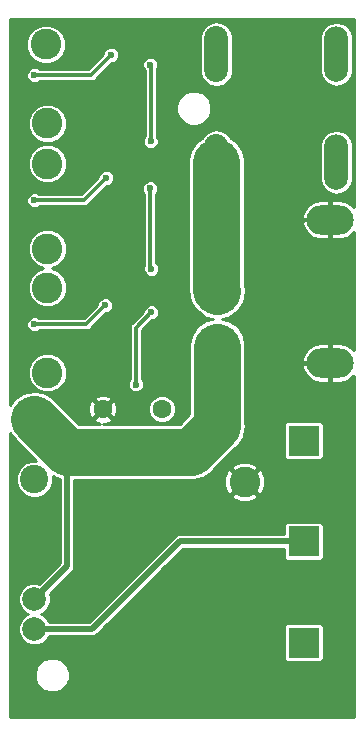
<source format=gbl>
G04 #@! TF.GenerationSoftware,KiCad,Pcbnew,(5.0.2)-1*
G04 #@! TF.CreationDate,2019-05-09T17:57:12+02:00*
G04 #@! TF.ProjectId,SafetySupply,53616665-7479-4537-9570-706c792e6b69,rev?*
G04 #@! TF.SameCoordinates,Original*
G04 #@! TF.FileFunction,Copper,L2,Bot*
G04 #@! TF.FilePolarity,Positive*
%FSLAX46Y46*%
G04 Gerber Fmt 4.6, Leading zero omitted, Abs format (unit mm)*
G04 Created by KiCad (PCBNEW (5.0.2)-1) date 09.05.2019 17:57:12*
%MOMM*%
%LPD*%
G01*
G04 APERTURE LIST*
G04 #@! TA.AperFunction,ComponentPad*
%ADD10C,1.600000*%
G04 #@! TD*
G04 #@! TA.AperFunction,ComponentPad*
%ADD11O,2.000000X4.700000*%
G04 #@! TD*
G04 #@! TA.AperFunction,ComponentPad*
%ADD12O,2.000000X4.750000*%
G04 #@! TD*
G04 #@! TA.AperFunction,ComponentPad*
%ADD13C,2.000000*%
G04 #@! TD*
G04 #@! TA.AperFunction,ComponentPad*
%ADD14C,2.400000*%
G04 #@! TD*
G04 #@! TA.AperFunction,ComponentPad*
%ADD15R,2.600000X2.600000*%
G04 #@! TD*
G04 #@! TA.AperFunction,ComponentPad*
%ADD16C,2.600000*%
G04 #@! TD*
G04 #@! TA.AperFunction,ComponentPad*
%ADD17O,4.000000X2.500000*%
G04 #@! TD*
G04 #@! TA.AperFunction,ComponentPad*
%ADD18C,3.700000*%
G04 #@! TD*
G04 #@! TA.AperFunction,ViaPad*
%ADD19C,0.600000*%
G04 #@! TD*
G04 #@! TA.AperFunction,Conductor*
%ADD20C,4.000000*%
G04 #@! TD*
G04 #@! TA.AperFunction,Conductor*
%ADD21C,0.300000*%
G04 #@! TD*
G04 #@! TA.AperFunction,Conductor*
%ADD22C,0.500000*%
G04 #@! TD*
G04 #@! TA.AperFunction,Conductor*
%ADD23C,3.000000*%
G04 #@! TD*
G04 #@! TA.AperFunction,Conductor*
%ADD24C,0.250000*%
G04 #@! TD*
G04 APERTURE END LIST*
D10*
G04 #@! TO.P,C1,2*
G04 #@! TO.N,GND*
X143300000Y-94500000D03*
G04 #@! TO.P,C1,1*
G04 #@! TO.N,+12V*
X148300000Y-94500000D03*
G04 #@! TD*
D11*
G04 #@! TO.P,F1,2*
G04 #@! TO.N,Net-(F1-Pad2)*
X163080000Y-64428000D03*
D12*
X152920000Y-64428000D03*
D11*
G04 #@! TO.P,F1,1*
G04 #@! TO.N,Net-(F1-Pad1)*
X163080000Y-73572000D03*
D12*
X152920000Y-73572000D03*
G04 #@! TD*
D13*
G04 #@! TO.P,K1,4*
G04 #@! TO.N,Net-(D5-Pad2)*
X137500000Y-113110000D03*
G04 #@! TO.P,K1,3*
G04 #@! TO.N,+12V*
X137500000Y-110570000D03*
D14*
G04 #@! TO.P,K1,2*
G04 #@! TO.N,Net-(C3-Pad1)*
X137500000Y-100410000D03*
G04 #@! TO.P,K1,1*
G04 #@! TO.N,+12V*
X137500000Y-95330000D03*
G04 #@! TD*
D15*
G04 #@! TO.P,J5,1*
G04 #@! TO.N,+12V*
X160300000Y-97150000D03*
D16*
G04 #@! TO.P,J5,2*
G04 #@! TO.N,GND*
X155300000Y-100650000D03*
G04 #@! TD*
D15*
G04 #@! TO.P,J1,1*
G04 #@! TO.N,Net-(C3-Pad1)*
X160300000Y-114250000D03*
D16*
G04 #@! TO.P,J1,2*
G04 #@! TO.N,GND*
X155300000Y-117750000D03*
G04 #@! TD*
D15*
G04 #@! TO.P,J3,1*
G04 #@! TO.N,Net-(D5-Pad2)*
X160300000Y-105682000D03*
D16*
G04 #@! TO.P,J3,2*
G04 #@! TO.N,GND*
X155300000Y-109182000D03*
G04 #@! TD*
D17*
G04 #@! TO.P,SW1,0*
G04 #@! TO.N,GND*
X162530000Y-78435000D03*
X162530000Y-90565000D03*
D18*
G04 #@! TO.P,SW1,3*
G04 #@! TO.N,+12V*
X153000000Y-89200000D03*
G04 #@! TO.P,SW1,2*
G04 #@! TO.N,Net-(F1-Pad1)*
X153000000Y-84500000D03*
G04 #@! TO.P,SW1,1*
X153000000Y-79800000D03*
G04 #@! TD*
D16*
G04 #@! TO.P,J2,1*
G04 #@! TO.N,Net-(D1-Pad1)*
X138500000Y-63600000D03*
G04 #@! TD*
G04 #@! TO.P,J4,1*
G04 #@! TO.N,Net-(C4-Pad2)*
X138600000Y-70300000D03*
G04 #@! TD*
G04 #@! TO.P,J6,1*
G04 #@! TO.N,Net-(D7-Pad1)*
X138600000Y-73700000D03*
G04 #@! TD*
G04 #@! TO.P,J7,1*
G04 #@! TO.N,Net-(C5-Pad2)*
X138600000Y-80900000D03*
G04 #@! TD*
G04 #@! TO.P,J8,1*
G04 #@! TO.N,Net-(D8-Pad1)*
X138600000Y-84200000D03*
G04 #@! TD*
G04 #@! TO.P,J9,1*
G04 #@! TO.N,Net-(C6-Pad2)*
X138600000Y-91400000D03*
G04 #@! TD*
D19*
G04 #@! TO.N,GND*
X162000000Y-118000000D03*
X162000000Y-110000000D03*
X162000000Y-102000000D03*
X162000000Y-86000000D03*
X162000000Y-81000000D03*
X157000000Y-69000000D03*
X137000000Y-68000000D03*
X137000000Y-79000000D03*
X137000000Y-89000000D03*
X144000000Y-104000000D03*
X142000000Y-119000000D03*
X137300000Y-107800000D03*
G04 #@! TO.N,Net-(Q3-Pad1)*
X137500000Y-87300000D03*
X143500000Y-85700000D03*
G04 #@! TO.N,Net-(Q1-Pad1)*
X144000000Y-64500000D03*
X137500000Y-66200000D03*
G04 #@! TO.N,Net-(Q2-Pad1)*
X143600000Y-74900000D03*
X137500000Y-76800000D03*
G04 #@! TO.N,Net-(U1-Pad3)*
X147350000Y-71800040D03*
X147318646Y-65329720D03*
G04 #@! TO.N,Net-(U3-Pad3)*
X147400000Y-82600000D03*
X147300000Y-75800000D03*
G04 #@! TO.N,Net-(U5-Pad3)*
X147400000Y-86300000D03*
X146100000Y-92400000D03*
G04 #@! TD*
D20*
G04 #@! TO.N,GND*
X155300000Y-117650000D02*
X155300000Y-110900000D01*
X155300000Y-110900000D02*
X155300000Y-109182000D01*
D21*
G04 #@! TO.N,Net-(Q3-Pad1)*
X141900000Y-87300000D02*
X143500000Y-85700000D01*
X137500000Y-87300000D02*
X141900000Y-87300000D01*
G04 #@! TO.N,Net-(Q1-Pad1)*
X143600001Y-64899999D02*
X144000000Y-64500000D01*
X137500000Y-66200000D02*
X142300000Y-66200000D01*
X142300000Y-66200000D02*
X143600001Y-64899999D01*
D20*
G04 #@! TO.N,+12V*
X140270000Y-98100000D02*
X137500000Y-95330000D01*
D22*
X140270000Y-107800000D02*
X140270000Y-98100000D01*
X137500000Y-110570000D02*
X140270000Y-107800000D01*
D20*
X150800000Y-98100000D02*
X140270000Y-98100000D01*
X153000000Y-89200000D02*
X153000000Y-95900000D01*
X153000000Y-95900000D02*
X150800000Y-98100000D01*
D21*
G04 #@! TO.N,Net-(Q2-Pad1)*
X141700000Y-76800000D02*
X143600000Y-74900000D01*
X137500000Y-76800000D02*
X141700000Y-76800000D01*
G04 #@! TO.N,Net-(U1-Pad3)*
X147350000Y-65361074D02*
X147318646Y-65329720D01*
X147350000Y-71800040D02*
X147350000Y-65361074D01*
G04 #@! TO.N,Net-(U3-Pad3)*
X147300000Y-82500000D02*
X147400000Y-82600000D01*
X147300000Y-75800000D02*
X147300000Y-82500000D01*
G04 #@! TO.N,Net-(U5-Pad3)*
X146100000Y-87600000D02*
X146100000Y-92400000D01*
X147400000Y-86300000D02*
X146100000Y-87600000D01*
D22*
G04 #@! TO.N,Net-(D5-Pad2)*
X142390000Y-113110000D02*
X137500000Y-113110000D01*
X160300000Y-105682000D02*
X149818000Y-105682000D01*
X149818000Y-105682000D02*
X142390000Y-113110000D01*
D23*
G04 #@! TO.N,Net-(F1-Pad1)*
X152920000Y-83920000D02*
X153000000Y-84000000D01*
D20*
X152920000Y-84420000D02*
X153000000Y-84500000D01*
X152920000Y-73572000D02*
X152920000Y-84420000D01*
G04 #@! TD*
D24*
G04 #@! TO.N,GND*
G36*
X164550001Y-77357427D02*
X164517437Y-77303629D01*
X163990286Y-76916203D01*
X163355000Y-76760000D01*
X162605000Y-76760000D01*
X162605000Y-78360000D01*
X162625000Y-78360000D01*
X162625000Y-78510000D01*
X162605000Y-78510000D01*
X162605000Y-80110000D01*
X163355000Y-80110000D01*
X163990286Y-79953797D01*
X164517437Y-79566371D01*
X164550001Y-79512573D01*
X164550001Y-89487427D01*
X164517437Y-89433629D01*
X163990286Y-89046203D01*
X163355000Y-88890000D01*
X162605000Y-88890000D01*
X162605000Y-90490000D01*
X162625000Y-90490000D01*
X162625000Y-90640000D01*
X162605000Y-90640000D01*
X162605000Y-92240000D01*
X163355000Y-92240000D01*
X163990286Y-92083797D01*
X164517437Y-91696371D01*
X164550000Y-91642573D01*
X164550000Y-120550000D01*
X135450000Y-120550000D01*
X135450000Y-118970355D01*
X154185711Y-118970355D01*
X154327823Y-119215684D01*
X154962719Y-119476151D01*
X155648961Y-119473827D01*
X156272177Y-119215684D01*
X156414289Y-118970355D01*
X155300000Y-117856066D01*
X154185711Y-118970355D01*
X135450000Y-118970355D01*
X135450000Y-116706604D01*
X137525000Y-116706604D01*
X137525000Y-117293396D01*
X137749555Y-117835520D01*
X138164480Y-118250445D01*
X138706604Y-118475000D01*
X139293396Y-118475000D01*
X139835520Y-118250445D01*
X140250445Y-117835520D01*
X140425574Y-117412719D01*
X153573849Y-117412719D01*
X153576173Y-118098961D01*
X153834316Y-118722177D01*
X154079645Y-118864289D01*
X155193934Y-117750000D01*
X155406066Y-117750000D01*
X156520355Y-118864289D01*
X156765684Y-118722177D01*
X157026151Y-118087281D01*
X157023827Y-117401039D01*
X156765684Y-116777823D01*
X156520355Y-116635711D01*
X155406066Y-117750000D01*
X155193934Y-117750000D01*
X154079645Y-116635711D01*
X153834316Y-116777823D01*
X153573849Y-117412719D01*
X140425574Y-117412719D01*
X140475000Y-117293396D01*
X140475000Y-116706604D01*
X140401702Y-116529645D01*
X154185711Y-116529645D01*
X155300000Y-117643934D01*
X156414289Y-116529645D01*
X156272177Y-116284316D01*
X155637281Y-116023849D01*
X154951039Y-116026173D01*
X154327823Y-116284316D01*
X154185711Y-116529645D01*
X140401702Y-116529645D01*
X140250445Y-116164480D01*
X139835520Y-115749555D01*
X139293396Y-115525000D01*
X138706604Y-115525000D01*
X138164480Y-115749555D01*
X137749555Y-116164480D01*
X137525000Y-116706604D01*
X135450000Y-116706604D01*
X135450000Y-96536844D01*
X135655218Y-96843974D01*
X137646243Y-98835000D01*
X137186713Y-98835000D01*
X136607834Y-99074780D01*
X136164780Y-99517834D01*
X135925000Y-100096713D01*
X135925000Y-100723287D01*
X136164780Y-101302166D01*
X136607834Y-101745220D01*
X137186713Y-101985000D01*
X137813287Y-101985000D01*
X138392166Y-101745220D01*
X138835220Y-101302166D01*
X139075000Y-100723287D01*
X139075000Y-100157915D01*
X139343321Y-100337201D01*
X139645001Y-100397209D01*
X139645000Y-107541116D01*
X137927380Y-109258737D01*
X137773505Y-109195000D01*
X137226495Y-109195000D01*
X136721125Y-109404331D01*
X136334331Y-109791125D01*
X136125000Y-110296495D01*
X136125000Y-110843505D01*
X136334331Y-111348875D01*
X136721125Y-111735669D01*
X136973002Y-111840000D01*
X136721125Y-111944331D01*
X136334331Y-112331125D01*
X136125000Y-112836495D01*
X136125000Y-113383505D01*
X136334331Y-113888875D01*
X136721125Y-114275669D01*
X137226495Y-114485000D01*
X137773505Y-114485000D01*
X138278875Y-114275669D01*
X138665669Y-113888875D01*
X138729406Y-113735000D01*
X142328445Y-113735000D01*
X142390000Y-113747244D01*
X142451555Y-113735000D01*
X142633863Y-113698737D01*
X142840600Y-113560600D01*
X142875472Y-113508410D01*
X143433882Y-112950000D01*
X158617654Y-112950000D01*
X158617654Y-115550000D01*
X158646758Y-115696317D01*
X158729641Y-115820359D01*
X158853683Y-115903242D01*
X159000000Y-115932346D01*
X161600000Y-115932346D01*
X161746317Y-115903242D01*
X161870359Y-115820359D01*
X161953242Y-115696317D01*
X161982346Y-115550000D01*
X161982346Y-112950000D01*
X161953242Y-112803683D01*
X161870359Y-112679641D01*
X161746317Y-112596758D01*
X161600000Y-112567654D01*
X159000000Y-112567654D01*
X158853683Y-112596758D01*
X158729641Y-112679641D01*
X158646758Y-112803683D01*
X158617654Y-112950000D01*
X143433882Y-112950000D01*
X145981527Y-110402355D01*
X154185711Y-110402355D01*
X154327823Y-110647684D01*
X154962719Y-110908151D01*
X155648961Y-110905827D01*
X156272177Y-110647684D01*
X156414289Y-110402355D01*
X155300000Y-109288066D01*
X154185711Y-110402355D01*
X145981527Y-110402355D01*
X147539164Y-108844719D01*
X153573849Y-108844719D01*
X153576173Y-109530961D01*
X153834316Y-110154177D01*
X154079645Y-110296289D01*
X155193934Y-109182000D01*
X155406066Y-109182000D01*
X156520355Y-110296289D01*
X156765684Y-110154177D01*
X157026151Y-109519281D01*
X157023827Y-108833039D01*
X156765684Y-108209823D01*
X156520355Y-108067711D01*
X155406066Y-109182000D01*
X155193934Y-109182000D01*
X154079645Y-108067711D01*
X153834316Y-108209823D01*
X153573849Y-108844719D01*
X147539164Y-108844719D01*
X148422238Y-107961645D01*
X154185711Y-107961645D01*
X155300000Y-109075934D01*
X156414289Y-107961645D01*
X156272177Y-107716316D01*
X155637281Y-107455849D01*
X154951039Y-107458173D01*
X154327823Y-107716316D01*
X154185711Y-107961645D01*
X148422238Y-107961645D01*
X150076884Y-106307000D01*
X158617654Y-106307000D01*
X158617654Y-106982000D01*
X158646758Y-107128317D01*
X158729641Y-107252359D01*
X158853683Y-107335242D01*
X159000000Y-107364346D01*
X161600000Y-107364346D01*
X161746317Y-107335242D01*
X161870359Y-107252359D01*
X161953242Y-107128317D01*
X161982346Y-106982000D01*
X161982346Y-104382000D01*
X161953242Y-104235683D01*
X161870359Y-104111641D01*
X161746317Y-104028758D01*
X161600000Y-103999654D01*
X159000000Y-103999654D01*
X158853683Y-104028758D01*
X158729641Y-104111641D01*
X158646758Y-104235683D01*
X158617654Y-104382000D01*
X158617654Y-105057000D01*
X149879553Y-105057000D01*
X149817999Y-105044756D01*
X149756445Y-105057000D01*
X149574137Y-105093263D01*
X149367400Y-105231400D01*
X149332531Y-105283585D01*
X142131118Y-112485000D01*
X138729406Y-112485000D01*
X138665669Y-112331125D01*
X138278875Y-111944331D01*
X138026998Y-111840000D01*
X138278875Y-111735669D01*
X138665669Y-111348875D01*
X138875000Y-110843505D01*
X138875000Y-110296495D01*
X138811263Y-110142620D01*
X140668416Y-108285468D01*
X140720600Y-108250600D01*
X140858737Y-108043863D01*
X140895000Y-107861555D01*
X140895000Y-107861554D01*
X140907244Y-107800000D01*
X140895000Y-107738445D01*
X140895000Y-101870355D01*
X154185711Y-101870355D01*
X154327823Y-102115684D01*
X154962719Y-102376151D01*
X155648961Y-102373827D01*
X156272177Y-102115684D01*
X156414289Y-101870355D01*
X155300000Y-100756066D01*
X154185711Y-101870355D01*
X140895000Y-101870355D01*
X140895000Y-100475000D01*
X150566083Y-100475000D01*
X150800000Y-100521529D01*
X151033917Y-100475000D01*
X151726679Y-100337201D01*
X151763318Y-100312719D01*
X153573849Y-100312719D01*
X153576173Y-100998961D01*
X153834316Y-101622177D01*
X154079645Y-101764289D01*
X155193934Y-100650000D01*
X155406066Y-100650000D01*
X156520355Y-101764289D01*
X156765684Y-101622177D01*
X157026151Y-100987281D01*
X157023827Y-100301039D01*
X156765684Y-99677823D01*
X156520355Y-99535711D01*
X155406066Y-100650000D01*
X155193934Y-100650000D01*
X154079645Y-99535711D01*
X153834316Y-99677823D01*
X153573849Y-100312719D01*
X151763318Y-100312719D01*
X152512280Y-99812280D01*
X152644786Y-99613970D01*
X152829111Y-99429645D01*
X154185711Y-99429645D01*
X155300000Y-100543934D01*
X156414289Y-99429645D01*
X156272177Y-99184316D01*
X155637281Y-98923849D01*
X154951039Y-98926173D01*
X154327823Y-99184316D01*
X154185711Y-99429645D01*
X152829111Y-99429645D01*
X154513974Y-97744783D01*
X154712280Y-97612280D01*
X155237201Y-96826679D01*
X155375000Y-96133917D01*
X155421529Y-95900000D01*
X155411584Y-95850000D01*
X158617654Y-95850000D01*
X158617654Y-98450000D01*
X158646758Y-98596317D01*
X158729641Y-98720359D01*
X158853683Y-98803242D01*
X159000000Y-98832346D01*
X161600000Y-98832346D01*
X161746317Y-98803242D01*
X161870359Y-98720359D01*
X161953242Y-98596317D01*
X161982346Y-98450000D01*
X161982346Y-95850000D01*
X161953242Y-95703683D01*
X161870359Y-95579641D01*
X161746317Y-95496758D01*
X161600000Y-95467654D01*
X159000000Y-95467654D01*
X158853683Y-95496758D01*
X158729641Y-95579641D01*
X158646758Y-95703683D01*
X158617654Y-95850000D01*
X155411584Y-95850000D01*
X155375000Y-95666083D01*
X155375000Y-90900842D01*
X160139014Y-90900842D01*
X160203800Y-91136704D01*
X160542563Y-91696371D01*
X161069714Y-92083797D01*
X161705000Y-92240000D01*
X162455000Y-92240000D01*
X162455000Y-90640000D01*
X160213044Y-90640000D01*
X160139014Y-90900842D01*
X155375000Y-90900842D01*
X155375000Y-90229158D01*
X160139014Y-90229158D01*
X160213044Y-90490000D01*
X162455000Y-90490000D01*
X162455000Y-88890000D01*
X161705000Y-88890000D01*
X161069714Y-89046203D01*
X160542563Y-89433629D01*
X160203800Y-89993296D01*
X160139014Y-90229158D01*
X155375000Y-90229158D01*
X155375000Y-88966083D01*
X155237201Y-88273321D01*
X154712280Y-87487720D01*
X153926678Y-86962799D01*
X153359599Y-86850000D01*
X153926678Y-86737200D01*
X154712279Y-86212279D01*
X155237200Y-85426678D01*
X155421529Y-84499999D01*
X155295000Y-83863899D01*
X155295000Y-78770842D01*
X160139014Y-78770842D01*
X160203800Y-79006704D01*
X160542563Y-79566371D01*
X161069714Y-79953797D01*
X161705000Y-80110000D01*
X162455000Y-80110000D01*
X162455000Y-78510000D01*
X160213044Y-78510000D01*
X160139014Y-78770842D01*
X155295000Y-78770842D01*
X155295000Y-78099158D01*
X160139014Y-78099158D01*
X160213044Y-78360000D01*
X162455000Y-78360000D01*
X162455000Y-76760000D01*
X161705000Y-76760000D01*
X161069714Y-76916203D01*
X160542563Y-77303629D01*
X160203800Y-77863296D01*
X160139014Y-78099158D01*
X155295000Y-78099158D01*
X155295000Y-73338083D01*
X155157201Y-72645321D01*
X154783863Y-72086579D01*
X161705000Y-72086579D01*
X161705001Y-75057422D01*
X161784780Y-75458498D01*
X162088682Y-75913319D01*
X162543503Y-76217221D01*
X163080000Y-76323937D01*
X163616498Y-76217221D01*
X164071319Y-75913319D01*
X164375221Y-75458498D01*
X164455000Y-75057422D01*
X164455000Y-72086578D01*
X164375221Y-71685502D01*
X164071318Y-71230681D01*
X163616497Y-70926779D01*
X163080000Y-70820063D01*
X162543502Y-70926779D01*
X162088681Y-71230682D01*
X161784779Y-71685503D01*
X161705000Y-72086579D01*
X154783863Y-72086579D01*
X154632280Y-71859720D01*
X154119314Y-71516968D01*
X153911318Y-71205681D01*
X153456497Y-70901779D01*
X152920000Y-70795063D01*
X152383502Y-70901779D01*
X151928681Y-71205682D01*
X151720687Y-71516967D01*
X151207720Y-71859720D01*
X150682799Y-72645322D01*
X150545000Y-73338084D01*
X150545001Y-84186078D01*
X150498471Y-84420000D01*
X150682799Y-85346678D01*
X150756116Y-85456405D01*
X151207721Y-86132280D01*
X151406029Y-86264785D01*
X151486026Y-86344782D01*
X152073321Y-86737200D01*
X152640400Y-86850000D01*
X152073321Y-86962799D01*
X151287720Y-87487720D01*
X150762799Y-88273322D01*
X150625000Y-88966084D01*
X150625001Y-94916242D01*
X149816243Y-95725000D01*
X143312720Y-95725000D01*
X143569111Y-95719662D01*
X143972142Y-95552722D01*
X144053270Y-95359336D01*
X143300000Y-94606066D01*
X142546730Y-95359336D01*
X142627858Y-95552722D01*
X143069560Y-95725000D01*
X141253757Y-95725000D01*
X139810639Y-94281882D01*
X142070194Y-94281882D01*
X142080338Y-94769111D01*
X142247278Y-95172142D01*
X142440664Y-95253270D01*
X143193934Y-94500000D01*
X143406066Y-94500000D01*
X144159336Y-95253270D01*
X144352722Y-95172142D01*
X144529806Y-94718118D01*
X144520399Y-94266278D01*
X147125000Y-94266278D01*
X147125000Y-94733722D01*
X147303883Y-95165584D01*
X147634416Y-95496117D01*
X148066278Y-95675000D01*
X148533722Y-95675000D01*
X148965584Y-95496117D01*
X149296117Y-95165584D01*
X149475000Y-94733722D01*
X149475000Y-94266278D01*
X149296117Y-93834416D01*
X148965584Y-93503883D01*
X148533722Y-93325000D01*
X148066278Y-93325000D01*
X147634416Y-93503883D01*
X147303883Y-93834416D01*
X147125000Y-94266278D01*
X144520399Y-94266278D01*
X144519662Y-94230889D01*
X144352722Y-93827858D01*
X144159336Y-93746730D01*
X143406066Y-94500000D01*
X143193934Y-94500000D01*
X142440664Y-93746730D01*
X142247278Y-93827858D01*
X142070194Y-94281882D01*
X139810639Y-94281882D01*
X139169421Y-93640664D01*
X142546730Y-93640664D01*
X143300000Y-94393934D01*
X144053270Y-93640664D01*
X143972142Y-93447278D01*
X143518118Y-93270194D01*
X143030889Y-93280338D01*
X142627858Y-93447278D01*
X142546730Y-93640664D01*
X139169421Y-93640664D01*
X139013974Y-93485218D01*
X138426678Y-93092799D01*
X138337197Y-93075000D01*
X138933178Y-93075000D01*
X139548811Y-92819996D01*
X140019996Y-92348811D01*
X140054407Y-92265734D01*
X145425000Y-92265734D01*
X145425000Y-92534266D01*
X145527763Y-92782357D01*
X145717643Y-92972237D01*
X145965734Y-93075000D01*
X146234266Y-93075000D01*
X146482357Y-92972237D01*
X146672237Y-92782357D01*
X146775000Y-92534266D01*
X146775000Y-92265734D01*
X146672237Y-92017643D01*
X146625000Y-91970406D01*
X146625000Y-87817461D01*
X147467462Y-86975000D01*
X147534266Y-86975000D01*
X147782357Y-86872237D01*
X147972237Y-86682357D01*
X148075000Y-86434266D01*
X148075000Y-86165734D01*
X147972237Y-85917643D01*
X147782357Y-85727763D01*
X147534266Y-85625000D01*
X147265734Y-85625000D01*
X147017643Y-85727763D01*
X146827763Y-85917643D01*
X146725000Y-86165734D01*
X146725000Y-86232538D01*
X145765336Y-87192203D01*
X145721496Y-87221496D01*
X145605462Y-87395155D01*
X145605461Y-87395156D01*
X145564715Y-87600000D01*
X145575000Y-87651706D01*
X145575001Y-91970405D01*
X145527763Y-92017643D01*
X145425000Y-92265734D01*
X140054407Y-92265734D01*
X140275000Y-91733178D01*
X140275000Y-91066822D01*
X140019996Y-90451189D01*
X139548811Y-89980004D01*
X138933178Y-89725000D01*
X138266822Y-89725000D01*
X137651189Y-89980004D01*
X137180004Y-90451189D01*
X136925000Y-91066822D01*
X136925000Y-91733178D01*
X137180004Y-92348811D01*
X137651189Y-92819996D01*
X138201804Y-93048069D01*
X137500000Y-92908471D01*
X136573322Y-93092799D01*
X135787721Y-93617721D01*
X135450000Y-94123156D01*
X135450000Y-87165734D01*
X136825000Y-87165734D01*
X136825000Y-87434266D01*
X136927763Y-87682357D01*
X137117643Y-87872237D01*
X137365734Y-87975000D01*
X137634266Y-87975000D01*
X137882357Y-87872237D01*
X137929594Y-87825000D01*
X141848294Y-87825000D01*
X141900000Y-87835285D01*
X141951706Y-87825000D01*
X142104845Y-87794539D01*
X142278504Y-87678504D01*
X142307797Y-87634664D01*
X143567462Y-86375000D01*
X143634266Y-86375000D01*
X143882357Y-86272237D01*
X144072237Y-86082357D01*
X144175000Y-85834266D01*
X144175000Y-85565734D01*
X144072237Y-85317643D01*
X143882357Y-85127763D01*
X143634266Y-85025000D01*
X143365734Y-85025000D01*
X143117643Y-85127763D01*
X142927763Y-85317643D01*
X142825000Y-85565734D01*
X142825000Y-85632538D01*
X141682539Y-86775000D01*
X137929594Y-86775000D01*
X137882357Y-86727763D01*
X137634266Y-86625000D01*
X137365734Y-86625000D01*
X137117643Y-86727763D01*
X136927763Y-86917643D01*
X136825000Y-87165734D01*
X135450000Y-87165734D01*
X135450000Y-80566822D01*
X136925000Y-80566822D01*
X136925000Y-81233178D01*
X137180004Y-81848811D01*
X137651189Y-82319996D01*
X138206467Y-82550000D01*
X137651189Y-82780004D01*
X137180004Y-83251189D01*
X136925000Y-83866822D01*
X136925000Y-84533178D01*
X137180004Y-85148811D01*
X137651189Y-85619996D01*
X138266822Y-85875000D01*
X138933178Y-85875000D01*
X139548811Y-85619996D01*
X140019996Y-85148811D01*
X140275000Y-84533178D01*
X140275000Y-83866822D01*
X140019996Y-83251189D01*
X139548811Y-82780004D01*
X138993533Y-82550000D01*
X139548811Y-82319996D01*
X140019996Y-81848811D01*
X140275000Y-81233178D01*
X140275000Y-80566822D01*
X140019996Y-79951189D01*
X139548811Y-79480004D01*
X138933178Y-79225000D01*
X138266822Y-79225000D01*
X137651189Y-79480004D01*
X137180004Y-79951189D01*
X136925000Y-80566822D01*
X135450000Y-80566822D01*
X135450000Y-76665734D01*
X136825000Y-76665734D01*
X136825000Y-76934266D01*
X136927763Y-77182357D01*
X137117643Y-77372237D01*
X137365734Y-77475000D01*
X137634266Y-77475000D01*
X137882357Y-77372237D01*
X137929594Y-77325000D01*
X141648294Y-77325000D01*
X141700000Y-77335285D01*
X141751706Y-77325000D01*
X141904845Y-77294539D01*
X142078504Y-77178504D01*
X142107797Y-77134664D01*
X143576727Y-75665734D01*
X146625000Y-75665734D01*
X146625000Y-75934266D01*
X146727763Y-76182357D01*
X146775000Y-76229594D01*
X146775001Y-82345021D01*
X146725000Y-82465734D01*
X146725000Y-82734266D01*
X146827763Y-82982357D01*
X147017643Y-83172237D01*
X147265734Y-83275000D01*
X147534266Y-83275000D01*
X147782357Y-83172237D01*
X147972237Y-82982357D01*
X148075000Y-82734266D01*
X148075000Y-82465734D01*
X147972237Y-82217643D01*
X147825000Y-82070406D01*
X147825000Y-76229594D01*
X147872237Y-76182357D01*
X147975000Y-75934266D01*
X147975000Y-75665734D01*
X147872237Y-75417643D01*
X147682357Y-75227763D01*
X147434266Y-75125000D01*
X147165734Y-75125000D01*
X146917643Y-75227763D01*
X146727763Y-75417643D01*
X146625000Y-75665734D01*
X143576727Y-75665734D01*
X143667462Y-75575000D01*
X143734266Y-75575000D01*
X143982357Y-75472237D01*
X144172237Y-75282357D01*
X144275000Y-75034266D01*
X144275000Y-74765734D01*
X144172237Y-74517643D01*
X143982357Y-74327763D01*
X143734266Y-74225000D01*
X143465734Y-74225000D01*
X143217643Y-74327763D01*
X143027763Y-74517643D01*
X142925000Y-74765734D01*
X142925000Y-74832538D01*
X141482539Y-76275000D01*
X137929594Y-76275000D01*
X137882357Y-76227763D01*
X137634266Y-76125000D01*
X137365734Y-76125000D01*
X137117643Y-76227763D01*
X136927763Y-76417643D01*
X136825000Y-76665734D01*
X135450000Y-76665734D01*
X135450000Y-73366822D01*
X136925000Y-73366822D01*
X136925000Y-74033178D01*
X137180004Y-74648811D01*
X137651189Y-75119996D01*
X138266822Y-75375000D01*
X138933178Y-75375000D01*
X139548811Y-75119996D01*
X140019996Y-74648811D01*
X140275000Y-74033178D01*
X140275000Y-73366822D01*
X140019996Y-72751189D01*
X139548811Y-72280004D01*
X138933178Y-72025000D01*
X138266822Y-72025000D01*
X137651189Y-72280004D01*
X137180004Y-72751189D01*
X136925000Y-73366822D01*
X135450000Y-73366822D01*
X135450000Y-69966822D01*
X136925000Y-69966822D01*
X136925000Y-70633178D01*
X137180004Y-71248811D01*
X137651189Y-71719996D01*
X138266822Y-71975000D01*
X138933178Y-71975000D01*
X139548811Y-71719996D01*
X140019996Y-71248811D01*
X140275000Y-70633178D01*
X140275000Y-69966822D01*
X140019996Y-69351189D01*
X139548811Y-68880004D01*
X138933178Y-68625000D01*
X138266822Y-68625000D01*
X137651189Y-68880004D01*
X137180004Y-69351189D01*
X136925000Y-69966822D01*
X135450000Y-69966822D01*
X135450000Y-66065734D01*
X136825000Y-66065734D01*
X136825000Y-66334266D01*
X136927763Y-66582357D01*
X137117643Y-66772237D01*
X137365734Y-66875000D01*
X137634266Y-66875000D01*
X137882357Y-66772237D01*
X137929594Y-66725000D01*
X142248294Y-66725000D01*
X142300000Y-66735285D01*
X142351706Y-66725000D01*
X142504845Y-66694539D01*
X142678504Y-66578504D01*
X142707797Y-66534664D01*
X144007793Y-65234669D01*
X144007795Y-65234666D01*
X144047007Y-65195454D01*
X146643646Y-65195454D01*
X146643646Y-65463986D01*
X146746409Y-65712077D01*
X146825001Y-65790669D01*
X146825000Y-71370446D01*
X146777763Y-71417683D01*
X146675000Y-71665774D01*
X146675000Y-71934306D01*
X146777763Y-72182397D01*
X146967643Y-72372277D01*
X147215734Y-72475040D01*
X147484266Y-72475040D01*
X147732357Y-72372277D01*
X147922237Y-72182397D01*
X148025000Y-71934306D01*
X148025000Y-71665774D01*
X147922237Y-71417683D01*
X147875000Y-71370446D01*
X147875000Y-68706604D01*
X149525000Y-68706604D01*
X149525000Y-69293396D01*
X149749555Y-69835520D01*
X150164480Y-70250445D01*
X150706604Y-70475000D01*
X151293396Y-70475000D01*
X151835520Y-70250445D01*
X152250445Y-69835520D01*
X152475000Y-69293396D01*
X152475000Y-68706604D01*
X152250445Y-68164480D01*
X151835520Y-67749555D01*
X151293396Y-67525000D01*
X150706604Y-67525000D01*
X150164480Y-67749555D01*
X149749555Y-68164480D01*
X149525000Y-68706604D01*
X147875000Y-68706604D01*
X147875000Y-65727960D01*
X147890883Y-65712077D01*
X147993646Y-65463986D01*
X147993646Y-65195454D01*
X147890883Y-64947363D01*
X147701003Y-64757483D01*
X147452912Y-64654720D01*
X147184380Y-64654720D01*
X146936289Y-64757483D01*
X146746409Y-64947363D01*
X146643646Y-65195454D01*
X144047007Y-65195454D01*
X144067461Y-65175000D01*
X144134266Y-65175000D01*
X144382357Y-65072237D01*
X144572237Y-64882357D01*
X144675000Y-64634266D01*
X144675000Y-64365734D01*
X144572237Y-64117643D01*
X144382357Y-63927763D01*
X144134266Y-63825000D01*
X143865734Y-63825000D01*
X143617643Y-63927763D01*
X143427763Y-64117643D01*
X143325000Y-64365734D01*
X143325000Y-64432539D01*
X143265334Y-64492205D01*
X143265331Y-64492207D01*
X142082539Y-65675000D01*
X137929594Y-65675000D01*
X137882357Y-65627763D01*
X137634266Y-65525000D01*
X137365734Y-65525000D01*
X137117643Y-65627763D01*
X136927763Y-65817643D01*
X136825000Y-66065734D01*
X135450000Y-66065734D01*
X135450000Y-63266822D01*
X136825000Y-63266822D01*
X136825000Y-63933178D01*
X137080004Y-64548811D01*
X137551189Y-65019996D01*
X138166822Y-65275000D01*
X138833178Y-65275000D01*
X139448811Y-65019996D01*
X139919996Y-64548811D01*
X140175000Y-63933178D01*
X140175000Y-63266822D01*
X140030339Y-62917579D01*
X151545000Y-62917579D01*
X151545001Y-65938422D01*
X151624780Y-66339498D01*
X151928682Y-66794319D01*
X152383503Y-67098221D01*
X152920000Y-67204937D01*
X153456498Y-67098221D01*
X153911319Y-66794319D01*
X154215221Y-66339498D01*
X154295000Y-65938422D01*
X154295000Y-62942579D01*
X161705000Y-62942579D01*
X161705001Y-65913422D01*
X161784780Y-66314498D01*
X162088682Y-66769319D01*
X162543503Y-67073221D01*
X163080000Y-67179937D01*
X163616498Y-67073221D01*
X164071319Y-66769319D01*
X164375221Y-66314498D01*
X164455000Y-65913422D01*
X164455000Y-62942578D01*
X164375221Y-62541502D01*
X164071318Y-62086681D01*
X163616497Y-61782779D01*
X163080000Y-61676063D01*
X162543502Y-61782779D01*
X162088681Y-62086682D01*
X161784779Y-62541503D01*
X161705000Y-62942579D01*
X154295000Y-62942579D01*
X154295000Y-62917578D01*
X154215221Y-62516502D01*
X153911318Y-62061681D01*
X153456497Y-61757779D01*
X152920000Y-61651063D01*
X152383502Y-61757779D01*
X151928681Y-62061682D01*
X151624779Y-62516503D01*
X151545000Y-62917579D01*
X140030339Y-62917579D01*
X139919996Y-62651189D01*
X139448811Y-62180004D01*
X138833178Y-61925000D01*
X138166822Y-61925000D01*
X137551189Y-62180004D01*
X137080004Y-62651189D01*
X136825000Y-63266822D01*
X135450000Y-63266822D01*
X135450000Y-61450000D01*
X164550001Y-61450000D01*
X164550001Y-77357427D01*
X164550001Y-77357427D01*
G37*
X164550001Y-77357427D02*
X164517437Y-77303629D01*
X163990286Y-76916203D01*
X163355000Y-76760000D01*
X162605000Y-76760000D01*
X162605000Y-78360000D01*
X162625000Y-78360000D01*
X162625000Y-78510000D01*
X162605000Y-78510000D01*
X162605000Y-80110000D01*
X163355000Y-80110000D01*
X163990286Y-79953797D01*
X164517437Y-79566371D01*
X164550001Y-79512573D01*
X164550001Y-89487427D01*
X164517437Y-89433629D01*
X163990286Y-89046203D01*
X163355000Y-88890000D01*
X162605000Y-88890000D01*
X162605000Y-90490000D01*
X162625000Y-90490000D01*
X162625000Y-90640000D01*
X162605000Y-90640000D01*
X162605000Y-92240000D01*
X163355000Y-92240000D01*
X163990286Y-92083797D01*
X164517437Y-91696371D01*
X164550000Y-91642573D01*
X164550000Y-120550000D01*
X135450000Y-120550000D01*
X135450000Y-118970355D01*
X154185711Y-118970355D01*
X154327823Y-119215684D01*
X154962719Y-119476151D01*
X155648961Y-119473827D01*
X156272177Y-119215684D01*
X156414289Y-118970355D01*
X155300000Y-117856066D01*
X154185711Y-118970355D01*
X135450000Y-118970355D01*
X135450000Y-116706604D01*
X137525000Y-116706604D01*
X137525000Y-117293396D01*
X137749555Y-117835520D01*
X138164480Y-118250445D01*
X138706604Y-118475000D01*
X139293396Y-118475000D01*
X139835520Y-118250445D01*
X140250445Y-117835520D01*
X140425574Y-117412719D01*
X153573849Y-117412719D01*
X153576173Y-118098961D01*
X153834316Y-118722177D01*
X154079645Y-118864289D01*
X155193934Y-117750000D01*
X155406066Y-117750000D01*
X156520355Y-118864289D01*
X156765684Y-118722177D01*
X157026151Y-118087281D01*
X157023827Y-117401039D01*
X156765684Y-116777823D01*
X156520355Y-116635711D01*
X155406066Y-117750000D01*
X155193934Y-117750000D01*
X154079645Y-116635711D01*
X153834316Y-116777823D01*
X153573849Y-117412719D01*
X140425574Y-117412719D01*
X140475000Y-117293396D01*
X140475000Y-116706604D01*
X140401702Y-116529645D01*
X154185711Y-116529645D01*
X155300000Y-117643934D01*
X156414289Y-116529645D01*
X156272177Y-116284316D01*
X155637281Y-116023849D01*
X154951039Y-116026173D01*
X154327823Y-116284316D01*
X154185711Y-116529645D01*
X140401702Y-116529645D01*
X140250445Y-116164480D01*
X139835520Y-115749555D01*
X139293396Y-115525000D01*
X138706604Y-115525000D01*
X138164480Y-115749555D01*
X137749555Y-116164480D01*
X137525000Y-116706604D01*
X135450000Y-116706604D01*
X135450000Y-96536844D01*
X135655218Y-96843974D01*
X137646243Y-98835000D01*
X137186713Y-98835000D01*
X136607834Y-99074780D01*
X136164780Y-99517834D01*
X135925000Y-100096713D01*
X135925000Y-100723287D01*
X136164780Y-101302166D01*
X136607834Y-101745220D01*
X137186713Y-101985000D01*
X137813287Y-101985000D01*
X138392166Y-101745220D01*
X138835220Y-101302166D01*
X139075000Y-100723287D01*
X139075000Y-100157915D01*
X139343321Y-100337201D01*
X139645001Y-100397209D01*
X139645000Y-107541116D01*
X137927380Y-109258737D01*
X137773505Y-109195000D01*
X137226495Y-109195000D01*
X136721125Y-109404331D01*
X136334331Y-109791125D01*
X136125000Y-110296495D01*
X136125000Y-110843505D01*
X136334331Y-111348875D01*
X136721125Y-111735669D01*
X136973002Y-111840000D01*
X136721125Y-111944331D01*
X136334331Y-112331125D01*
X136125000Y-112836495D01*
X136125000Y-113383505D01*
X136334331Y-113888875D01*
X136721125Y-114275669D01*
X137226495Y-114485000D01*
X137773505Y-114485000D01*
X138278875Y-114275669D01*
X138665669Y-113888875D01*
X138729406Y-113735000D01*
X142328445Y-113735000D01*
X142390000Y-113747244D01*
X142451555Y-113735000D01*
X142633863Y-113698737D01*
X142840600Y-113560600D01*
X142875472Y-113508410D01*
X143433882Y-112950000D01*
X158617654Y-112950000D01*
X158617654Y-115550000D01*
X158646758Y-115696317D01*
X158729641Y-115820359D01*
X158853683Y-115903242D01*
X159000000Y-115932346D01*
X161600000Y-115932346D01*
X161746317Y-115903242D01*
X161870359Y-115820359D01*
X161953242Y-115696317D01*
X161982346Y-115550000D01*
X161982346Y-112950000D01*
X161953242Y-112803683D01*
X161870359Y-112679641D01*
X161746317Y-112596758D01*
X161600000Y-112567654D01*
X159000000Y-112567654D01*
X158853683Y-112596758D01*
X158729641Y-112679641D01*
X158646758Y-112803683D01*
X158617654Y-112950000D01*
X143433882Y-112950000D01*
X145981527Y-110402355D01*
X154185711Y-110402355D01*
X154327823Y-110647684D01*
X154962719Y-110908151D01*
X155648961Y-110905827D01*
X156272177Y-110647684D01*
X156414289Y-110402355D01*
X155300000Y-109288066D01*
X154185711Y-110402355D01*
X145981527Y-110402355D01*
X147539164Y-108844719D01*
X153573849Y-108844719D01*
X153576173Y-109530961D01*
X153834316Y-110154177D01*
X154079645Y-110296289D01*
X155193934Y-109182000D01*
X155406066Y-109182000D01*
X156520355Y-110296289D01*
X156765684Y-110154177D01*
X157026151Y-109519281D01*
X157023827Y-108833039D01*
X156765684Y-108209823D01*
X156520355Y-108067711D01*
X155406066Y-109182000D01*
X155193934Y-109182000D01*
X154079645Y-108067711D01*
X153834316Y-108209823D01*
X153573849Y-108844719D01*
X147539164Y-108844719D01*
X148422238Y-107961645D01*
X154185711Y-107961645D01*
X155300000Y-109075934D01*
X156414289Y-107961645D01*
X156272177Y-107716316D01*
X155637281Y-107455849D01*
X154951039Y-107458173D01*
X154327823Y-107716316D01*
X154185711Y-107961645D01*
X148422238Y-107961645D01*
X150076884Y-106307000D01*
X158617654Y-106307000D01*
X158617654Y-106982000D01*
X158646758Y-107128317D01*
X158729641Y-107252359D01*
X158853683Y-107335242D01*
X159000000Y-107364346D01*
X161600000Y-107364346D01*
X161746317Y-107335242D01*
X161870359Y-107252359D01*
X161953242Y-107128317D01*
X161982346Y-106982000D01*
X161982346Y-104382000D01*
X161953242Y-104235683D01*
X161870359Y-104111641D01*
X161746317Y-104028758D01*
X161600000Y-103999654D01*
X159000000Y-103999654D01*
X158853683Y-104028758D01*
X158729641Y-104111641D01*
X158646758Y-104235683D01*
X158617654Y-104382000D01*
X158617654Y-105057000D01*
X149879553Y-105057000D01*
X149817999Y-105044756D01*
X149756445Y-105057000D01*
X149574137Y-105093263D01*
X149367400Y-105231400D01*
X149332531Y-105283585D01*
X142131118Y-112485000D01*
X138729406Y-112485000D01*
X138665669Y-112331125D01*
X138278875Y-111944331D01*
X138026998Y-111840000D01*
X138278875Y-111735669D01*
X138665669Y-111348875D01*
X138875000Y-110843505D01*
X138875000Y-110296495D01*
X138811263Y-110142620D01*
X140668416Y-108285468D01*
X140720600Y-108250600D01*
X140858737Y-108043863D01*
X140895000Y-107861555D01*
X140895000Y-107861554D01*
X140907244Y-107800000D01*
X140895000Y-107738445D01*
X140895000Y-101870355D01*
X154185711Y-101870355D01*
X154327823Y-102115684D01*
X154962719Y-102376151D01*
X155648961Y-102373827D01*
X156272177Y-102115684D01*
X156414289Y-101870355D01*
X155300000Y-100756066D01*
X154185711Y-101870355D01*
X140895000Y-101870355D01*
X140895000Y-100475000D01*
X150566083Y-100475000D01*
X150800000Y-100521529D01*
X151033917Y-100475000D01*
X151726679Y-100337201D01*
X151763318Y-100312719D01*
X153573849Y-100312719D01*
X153576173Y-100998961D01*
X153834316Y-101622177D01*
X154079645Y-101764289D01*
X155193934Y-100650000D01*
X155406066Y-100650000D01*
X156520355Y-101764289D01*
X156765684Y-101622177D01*
X157026151Y-100987281D01*
X157023827Y-100301039D01*
X156765684Y-99677823D01*
X156520355Y-99535711D01*
X155406066Y-100650000D01*
X155193934Y-100650000D01*
X154079645Y-99535711D01*
X153834316Y-99677823D01*
X153573849Y-100312719D01*
X151763318Y-100312719D01*
X152512280Y-99812280D01*
X152644786Y-99613970D01*
X152829111Y-99429645D01*
X154185711Y-99429645D01*
X155300000Y-100543934D01*
X156414289Y-99429645D01*
X156272177Y-99184316D01*
X155637281Y-98923849D01*
X154951039Y-98926173D01*
X154327823Y-99184316D01*
X154185711Y-99429645D01*
X152829111Y-99429645D01*
X154513974Y-97744783D01*
X154712280Y-97612280D01*
X155237201Y-96826679D01*
X155375000Y-96133917D01*
X155421529Y-95900000D01*
X155411584Y-95850000D01*
X158617654Y-95850000D01*
X158617654Y-98450000D01*
X158646758Y-98596317D01*
X158729641Y-98720359D01*
X158853683Y-98803242D01*
X159000000Y-98832346D01*
X161600000Y-98832346D01*
X161746317Y-98803242D01*
X161870359Y-98720359D01*
X161953242Y-98596317D01*
X161982346Y-98450000D01*
X161982346Y-95850000D01*
X161953242Y-95703683D01*
X161870359Y-95579641D01*
X161746317Y-95496758D01*
X161600000Y-95467654D01*
X159000000Y-95467654D01*
X158853683Y-95496758D01*
X158729641Y-95579641D01*
X158646758Y-95703683D01*
X158617654Y-95850000D01*
X155411584Y-95850000D01*
X155375000Y-95666083D01*
X155375000Y-90900842D01*
X160139014Y-90900842D01*
X160203800Y-91136704D01*
X160542563Y-91696371D01*
X161069714Y-92083797D01*
X161705000Y-92240000D01*
X162455000Y-92240000D01*
X162455000Y-90640000D01*
X160213044Y-90640000D01*
X160139014Y-90900842D01*
X155375000Y-90900842D01*
X155375000Y-90229158D01*
X160139014Y-90229158D01*
X160213044Y-90490000D01*
X162455000Y-90490000D01*
X162455000Y-88890000D01*
X161705000Y-88890000D01*
X161069714Y-89046203D01*
X160542563Y-89433629D01*
X160203800Y-89993296D01*
X160139014Y-90229158D01*
X155375000Y-90229158D01*
X155375000Y-88966083D01*
X155237201Y-88273321D01*
X154712280Y-87487720D01*
X153926678Y-86962799D01*
X153359599Y-86850000D01*
X153926678Y-86737200D01*
X154712279Y-86212279D01*
X155237200Y-85426678D01*
X155421529Y-84499999D01*
X155295000Y-83863899D01*
X155295000Y-78770842D01*
X160139014Y-78770842D01*
X160203800Y-79006704D01*
X160542563Y-79566371D01*
X161069714Y-79953797D01*
X161705000Y-80110000D01*
X162455000Y-80110000D01*
X162455000Y-78510000D01*
X160213044Y-78510000D01*
X160139014Y-78770842D01*
X155295000Y-78770842D01*
X155295000Y-78099158D01*
X160139014Y-78099158D01*
X160213044Y-78360000D01*
X162455000Y-78360000D01*
X162455000Y-76760000D01*
X161705000Y-76760000D01*
X161069714Y-76916203D01*
X160542563Y-77303629D01*
X160203800Y-77863296D01*
X160139014Y-78099158D01*
X155295000Y-78099158D01*
X155295000Y-73338083D01*
X155157201Y-72645321D01*
X154783863Y-72086579D01*
X161705000Y-72086579D01*
X161705001Y-75057422D01*
X161784780Y-75458498D01*
X162088682Y-75913319D01*
X162543503Y-76217221D01*
X163080000Y-76323937D01*
X163616498Y-76217221D01*
X164071319Y-75913319D01*
X164375221Y-75458498D01*
X164455000Y-75057422D01*
X164455000Y-72086578D01*
X164375221Y-71685502D01*
X164071318Y-71230681D01*
X163616497Y-70926779D01*
X163080000Y-70820063D01*
X162543502Y-70926779D01*
X162088681Y-71230682D01*
X161784779Y-71685503D01*
X161705000Y-72086579D01*
X154783863Y-72086579D01*
X154632280Y-71859720D01*
X154119314Y-71516968D01*
X153911318Y-71205681D01*
X153456497Y-70901779D01*
X152920000Y-70795063D01*
X152383502Y-70901779D01*
X151928681Y-71205682D01*
X151720687Y-71516967D01*
X151207720Y-71859720D01*
X150682799Y-72645322D01*
X150545000Y-73338084D01*
X150545001Y-84186078D01*
X150498471Y-84420000D01*
X150682799Y-85346678D01*
X150756116Y-85456405D01*
X151207721Y-86132280D01*
X151406029Y-86264785D01*
X151486026Y-86344782D01*
X152073321Y-86737200D01*
X152640400Y-86850000D01*
X152073321Y-86962799D01*
X151287720Y-87487720D01*
X150762799Y-88273322D01*
X150625000Y-88966084D01*
X150625001Y-94916242D01*
X149816243Y-95725000D01*
X143312720Y-95725000D01*
X143569111Y-95719662D01*
X143972142Y-95552722D01*
X144053270Y-95359336D01*
X143300000Y-94606066D01*
X142546730Y-95359336D01*
X142627858Y-95552722D01*
X143069560Y-95725000D01*
X141253757Y-95725000D01*
X139810639Y-94281882D01*
X142070194Y-94281882D01*
X142080338Y-94769111D01*
X142247278Y-95172142D01*
X142440664Y-95253270D01*
X143193934Y-94500000D01*
X143406066Y-94500000D01*
X144159336Y-95253270D01*
X144352722Y-95172142D01*
X144529806Y-94718118D01*
X144520399Y-94266278D01*
X147125000Y-94266278D01*
X147125000Y-94733722D01*
X147303883Y-95165584D01*
X147634416Y-95496117D01*
X148066278Y-95675000D01*
X148533722Y-95675000D01*
X148965584Y-95496117D01*
X149296117Y-95165584D01*
X149475000Y-94733722D01*
X149475000Y-94266278D01*
X149296117Y-93834416D01*
X148965584Y-93503883D01*
X148533722Y-93325000D01*
X148066278Y-93325000D01*
X147634416Y-93503883D01*
X147303883Y-93834416D01*
X147125000Y-94266278D01*
X144520399Y-94266278D01*
X144519662Y-94230889D01*
X144352722Y-93827858D01*
X144159336Y-93746730D01*
X143406066Y-94500000D01*
X143193934Y-94500000D01*
X142440664Y-93746730D01*
X142247278Y-93827858D01*
X142070194Y-94281882D01*
X139810639Y-94281882D01*
X139169421Y-93640664D01*
X142546730Y-93640664D01*
X143300000Y-94393934D01*
X144053270Y-93640664D01*
X143972142Y-93447278D01*
X143518118Y-93270194D01*
X143030889Y-93280338D01*
X142627858Y-93447278D01*
X142546730Y-93640664D01*
X139169421Y-93640664D01*
X139013974Y-93485218D01*
X138426678Y-93092799D01*
X138337197Y-93075000D01*
X138933178Y-93075000D01*
X139548811Y-92819996D01*
X140019996Y-92348811D01*
X140054407Y-92265734D01*
X145425000Y-92265734D01*
X145425000Y-92534266D01*
X145527763Y-92782357D01*
X145717643Y-92972237D01*
X145965734Y-93075000D01*
X146234266Y-93075000D01*
X146482357Y-92972237D01*
X146672237Y-92782357D01*
X146775000Y-92534266D01*
X146775000Y-92265734D01*
X146672237Y-92017643D01*
X146625000Y-91970406D01*
X146625000Y-87817461D01*
X147467462Y-86975000D01*
X147534266Y-86975000D01*
X147782357Y-86872237D01*
X147972237Y-86682357D01*
X148075000Y-86434266D01*
X148075000Y-86165734D01*
X147972237Y-85917643D01*
X147782357Y-85727763D01*
X147534266Y-85625000D01*
X147265734Y-85625000D01*
X147017643Y-85727763D01*
X146827763Y-85917643D01*
X146725000Y-86165734D01*
X146725000Y-86232538D01*
X145765336Y-87192203D01*
X145721496Y-87221496D01*
X145605462Y-87395155D01*
X145605461Y-87395156D01*
X145564715Y-87600000D01*
X145575000Y-87651706D01*
X145575001Y-91970405D01*
X145527763Y-92017643D01*
X145425000Y-92265734D01*
X140054407Y-92265734D01*
X140275000Y-91733178D01*
X140275000Y-91066822D01*
X140019996Y-90451189D01*
X139548811Y-89980004D01*
X138933178Y-89725000D01*
X138266822Y-89725000D01*
X137651189Y-89980004D01*
X137180004Y-90451189D01*
X136925000Y-91066822D01*
X136925000Y-91733178D01*
X137180004Y-92348811D01*
X137651189Y-92819996D01*
X138201804Y-93048069D01*
X137500000Y-92908471D01*
X136573322Y-93092799D01*
X135787721Y-93617721D01*
X135450000Y-94123156D01*
X135450000Y-87165734D01*
X136825000Y-87165734D01*
X136825000Y-87434266D01*
X136927763Y-87682357D01*
X137117643Y-87872237D01*
X137365734Y-87975000D01*
X137634266Y-87975000D01*
X137882357Y-87872237D01*
X137929594Y-87825000D01*
X141848294Y-87825000D01*
X141900000Y-87835285D01*
X141951706Y-87825000D01*
X142104845Y-87794539D01*
X142278504Y-87678504D01*
X142307797Y-87634664D01*
X143567462Y-86375000D01*
X143634266Y-86375000D01*
X143882357Y-86272237D01*
X144072237Y-86082357D01*
X144175000Y-85834266D01*
X144175000Y-85565734D01*
X144072237Y-85317643D01*
X143882357Y-85127763D01*
X143634266Y-85025000D01*
X143365734Y-85025000D01*
X143117643Y-85127763D01*
X142927763Y-85317643D01*
X142825000Y-85565734D01*
X142825000Y-85632538D01*
X141682539Y-86775000D01*
X137929594Y-86775000D01*
X137882357Y-86727763D01*
X137634266Y-86625000D01*
X137365734Y-86625000D01*
X137117643Y-86727763D01*
X136927763Y-86917643D01*
X136825000Y-87165734D01*
X135450000Y-87165734D01*
X135450000Y-80566822D01*
X136925000Y-80566822D01*
X136925000Y-81233178D01*
X137180004Y-81848811D01*
X137651189Y-82319996D01*
X138206467Y-82550000D01*
X137651189Y-82780004D01*
X137180004Y-83251189D01*
X136925000Y-83866822D01*
X136925000Y-84533178D01*
X137180004Y-85148811D01*
X137651189Y-85619996D01*
X138266822Y-85875000D01*
X138933178Y-85875000D01*
X139548811Y-85619996D01*
X140019996Y-85148811D01*
X140275000Y-84533178D01*
X140275000Y-83866822D01*
X140019996Y-83251189D01*
X139548811Y-82780004D01*
X138993533Y-82550000D01*
X139548811Y-82319996D01*
X140019996Y-81848811D01*
X140275000Y-81233178D01*
X140275000Y-80566822D01*
X140019996Y-79951189D01*
X139548811Y-79480004D01*
X138933178Y-79225000D01*
X138266822Y-79225000D01*
X137651189Y-79480004D01*
X137180004Y-79951189D01*
X136925000Y-80566822D01*
X135450000Y-80566822D01*
X135450000Y-76665734D01*
X136825000Y-76665734D01*
X136825000Y-76934266D01*
X136927763Y-77182357D01*
X137117643Y-77372237D01*
X137365734Y-77475000D01*
X137634266Y-77475000D01*
X137882357Y-77372237D01*
X137929594Y-77325000D01*
X141648294Y-77325000D01*
X141700000Y-77335285D01*
X141751706Y-77325000D01*
X141904845Y-77294539D01*
X142078504Y-77178504D01*
X142107797Y-77134664D01*
X143576727Y-75665734D01*
X146625000Y-75665734D01*
X146625000Y-75934266D01*
X146727763Y-76182357D01*
X146775000Y-76229594D01*
X146775001Y-82345021D01*
X146725000Y-82465734D01*
X146725000Y-82734266D01*
X146827763Y-82982357D01*
X147017643Y-83172237D01*
X147265734Y-83275000D01*
X147534266Y-83275000D01*
X147782357Y-83172237D01*
X147972237Y-82982357D01*
X148075000Y-82734266D01*
X148075000Y-82465734D01*
X147972237Y-82217643D01*
X147825000Y-82070406D01*
X147825000Y-76229594D01*
X147872237Y-76182357D01*
X147975000Y-75934266D01*
X147975000Y-75665734D01*
X147872237Y-75417643D01*
X147682357Y-75227763D01*
X147434266Y-75125000D01*
X147165734Y-75125000D01*
X146917643Y-75227763D01*
X146727763Y-75417643D01*
X146625000Y-75665734D01*
X143576727Y-75665734D01*
X143667462Y-75575000D01*
X143734266Y-75575000D01*
X143982357Y-75472237D01*
X144172237Y-75282357D01*
X144275000Y-75034266D01*
X144275000Y-74765734D01*
X144172237Y-74517643D01*
X143982357Y-74327763D01*
X143734266Y-74225000D01*
X143465734Y-74225000D01*
X143217643Y-74327763D01*
X143027763Y-74517643D01*
X142925000Y-74765734D01*
X142925000Y-74832538D01*
X141482539Y-76275000D01*
X137929594Y-76275000D01*
X137882357Y-76227763D01*
X137634266Y-76125000D01*
X137365734Y-76125000D01*
X137117643Y-76227763D01*
X136927763Y-76417643D01*
X136825000Y-76665734D01*
X135450000Y-76665734D01*
X135450000Y-73366822D01*
X136925000Y-73366822D01*
X136925000Y-74033178D01*
X137180004Y-74648811D01*
X137651189Y-75119996D01*
X138266822Y-75375000D01*
X138933178Y-75375000D01*
X139548811Y-75119996D01*
X140019996Y-74648811D01*
X140275000Y-74033178D01*
X140275000Y-73366822D01*
X140019996Y-72751189D01*
X139548811Y-72280004D01*
X138933178Y-72025000D01*
X138266822Y-72025000D01*
X137651189Y-72280004D01*
X137180004Y-72751189D01*
X136925000Y-73366822D01*
X135450000Y-73366822D01*
X135450000Y-69966822D01*
X136925000Y-69966822D01*
X136925000Y-70633178D01*
X137180004Y-71248811D01*
X137651189Y-71719996D01*
X138266822Y-71975000D01*
X138933178Y-71975000D01*
X139548811Y-71719996D01*
X140019996Y-71248811D01*
X140275000Y-70633178D01*
X140275000Y-69966822D01*
X140019996Y-69351189D01*
X139548811Y-68880004D01*
X138933178Y-68625000D01*
X138266822Y-68625000D01*
X137651189Y-68880004D01*
X137180004Y-69351189D01*
X136925000Y-69966822D01*
X135450000Y-69966822D01*
X135450000Y-66065734D01*
X136825000Y-66065734D01*
X136825000Y-66334266D01*
X136927763Y-66582357D01*
X137117643Y-66772237D01*
X137365734Y-66875000D01*
X137634266Y-66875000D01*
X137882357Y-66772237D01*
X137929594Y-66725000D01*
X142248294Y-66725000D01*
X142300000Y-66735285D01*
X142351706Y-66725000D01*
X142504845Y-66694539D01*
X142678504Y-66578504D01*
X142707797Y-66534664D01*
X144007793Y-65234669D01*
X144007795Y-65234666D01*
X144047007Y-65195454D01*
X146643646Y-65195454D01*
X146643646Y-65463986D01*
X146746409Y-65712077D01*
X146825001Y-65790669D01*
X146825000Y-71370446D01*
X146777763Y-71417683D01*
X146675000Y-71665774D01*
X146675000Y-71934306D01*
X146777763Y-72182397D01*
X146967643Y-72372277D01*
X147215734Y-72475040D01*
X147484266Y-72475040D01*
X147732357Y-72372277D01*
X147922237Y-72182397D01*
X148025000Y-71934306D01*
X148025000Y-71665774D01*
X147922237Y-71417683D01*
X147875000Y-71370446D01*
X147875000Y-68706604D01*
X149525000Y-68706604D01*
X149525000Y-69293396D01*
X149749555Y-69835520D01*
X150164480Y-70250445D01*
X150706604Y-70475000D01*
X151293396Y-70475000D01*
X151835520Y-70250445D01*
X152250445Y-69835520D01*
X152475000Y-69293396D01*
X152475000Y-68706604D01*
X152250445Y-68164480D01*
X151835520Y-67749555D01*
X151293396Y-67525000D01*
X150706604Y-67525000D01*
X150164480Y-67749555D01*
X149749555Y-68164480D01*
X149525000Y-68706604D01*
X147875000Y-68706604D01*
X147875000Y-65727960D01*
X147890883Y-65712077D01*
X147993646Y-65463986D01*
X147993646Y-65195454D01*
X147890883Y-64947363D01*
X147701003Y-64757483D01*
X147452912Y-64654720D01*
X147184380Y-64654720D01*
X146936289Y-64757483D01*
X146746409Y-64947363D01*
X146643646Y-65195454D01*
X144047007Y-65195454D01*
X144067461Y-65175000D01*
X144134266Y-65175000D01*
X144382357Y-65072237D01*
X144572237Y-64882357D01*
X144675000Y-64634266D01*
X144675000Y-64365734D01*
X144572237Y-64117643D01*
X144382357Y-63927763D01*
X144134266Y-63825000D01*
X143865734Y-63825000D01*
X143617643Y-63927763D01*
X143427763Y-64117643D01*
X143325000Y-64365734D01*
X143325000Y-64432539D01*
X143265334Y-64492205D01*
X143265331Y-64492207D01*
X142082539Y-65675000D01*
X137929594Y-65675000D01*
X137882357Y-65627763D01*
X137634266Y-65525000D01*
X137365734Y-65525000D01*
X137117643Y-65627763D01*
X136927763Y-65817643D01*
X136825000Y-66065734D01*
X135450000Y-66065734D01*
X135450000Y-63266822D01*
X136825000Y-63266822D01*
X136825000Y-63933178D01*
X137080004Y-64548811D01*
X137551189Y-65019996D01*
X138166822Y-65275000D01*
X138833178Y-65275000D01*
X139448811Y-65019996D01*
X139919996Y-64548811D01*
X140175000Y-63933178D01*
X140175000Y-63266822D01*
X140030339Y-62917579D01*
X151545000Y-62917579D01*
X151545001Y-65938422D01*
X151624780Y-66339498D01*
X151928682Y-66794319D01*
X152383503Y-67098221D01*
X152920000Y-67204937D01*
X153456498Y-67098221D01*
X153911319Y-66794319D01*
X154215221Y-66339498D01*
X154295000Y-65938422D01*
X154295000Y-62942579D01*
X161705000Y-62942579D01*
X161705001Y-65913422D01*
X161784780Y-66314498D01*
X162088682Y-66769319D01*
X162543503Y-67073221D01*
X163080000Y-67179937D01*
X163616498Y-67073221D01*
X164071319Y-66769319D01*
X164375221Y-66314498D01*
X164455000Y-65913422D01*
X164455000Y-62942578D01*
X164375221Y-62541502D01*
X164071318Y-62086681D01*
X163616497Y-61782779D01*
X163080000Y-61676063D01*
X162543502Y-61782779D01*
X162088681Y-62086682D01*
X161784779Y-62541503D01*
X161705000Y-62942579D01*
X154295000Y-62942579D01*
X154295000Y-62917578D01*
X154215221Y-62516502D01*
X153911318Y-62061681D01*
X153456497Y-61757779D01*
X152920000Y-61651063D01*
X152383502Y-61757779D01*
X151928681Y-62061682D01*
X151624779Y-62516503D01*
X151545000Y-62917579D01*
X140030339Y-62917579D01*
X139919996Y-62651189D01*
X139448811Y-62180004D01*
X138833178Y-61925000D01*
X138166822Y-61925000D01*
X137551189Y-62180004D01*
X137080004Y-62651189D01*
X136825000Y-63266822D01*
X135450000Y-63266822D01*
X135450000Y-61450000D01*
X164550001Y-61450000D01*
X164550001Y-77357427D01*
G04 #@! TD*
M02*

</source>
